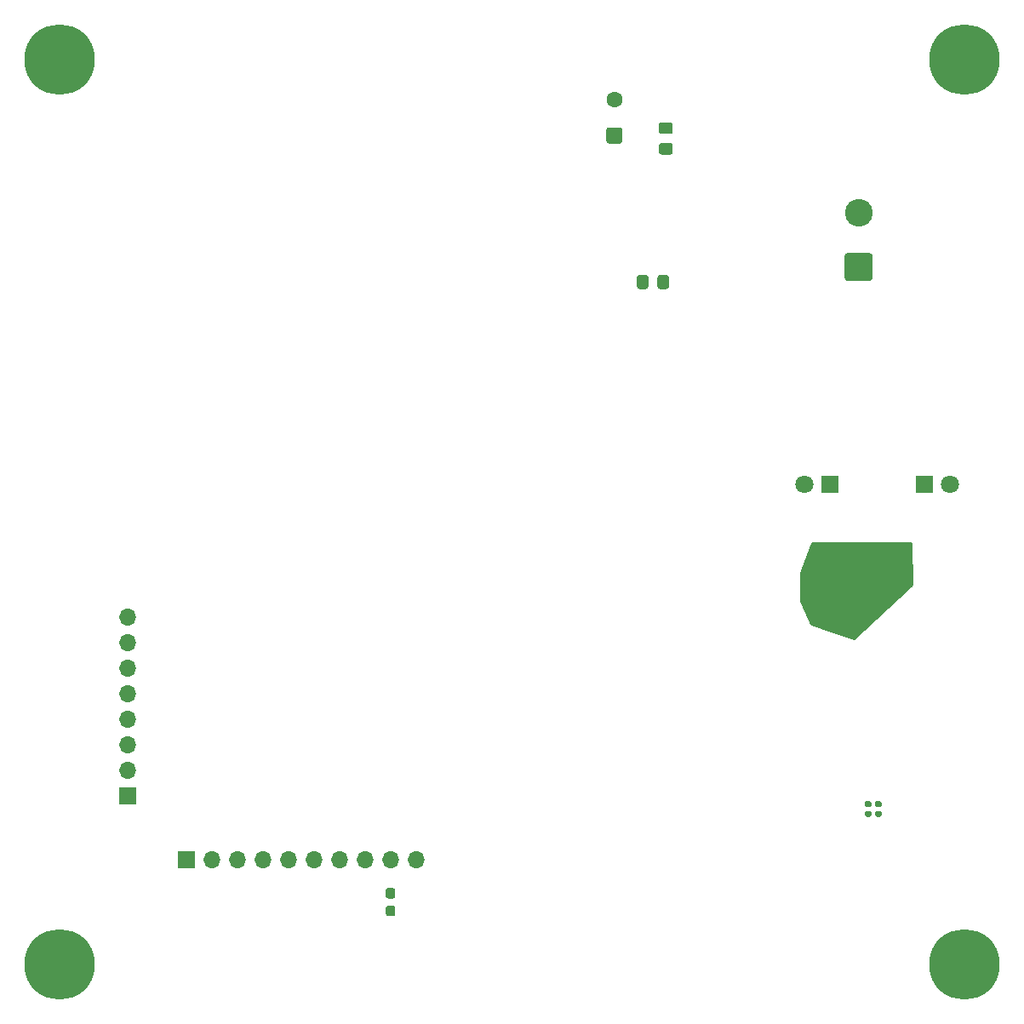
<source format=gbr>
G04 #@! TF.GenerationSoftware,KiCad,Pcbnew,5.1.6-c6e7f7d~87~ubuntu20.04.1*
G04 #@! TF.CreationDate,2021-01-07T23:37:28+02:00*
G04 #@! TF.ProjectId,LED_test_V1.3,4c45445f-7465-4737-945f-56312e332e6b,rev?*
G04 #@! TF.SameCoordinates,Original*
G04 #@! TF.FileFunction,Soldermask,Bot*
G04 #@! TF.FilePolarity,Negative*
%FSLAX46Y46*%
G04 Gerber Fmt 4.6, Leading zero omitted, Abs format (unit mm)*
G04 Created by KiCad (PCBNEW 5.1.6-c6e7f7d~87~ubuntu20.04.1) date 2021-01-07 23:37:28*
%MOMM*%
%LPD*%
G01*
G04 APERTURE LIST*
%ADD10C,2.750000*%
%ADD11C,1.800000*%
%ADD12R,1.800000X1.800000*%
%ADD13O,1.700000X1.700000*%
%ADD14R,1.700000X1.700000*%
%ADD15C,7.000000*%
%ADD16C,1.600000*%
%ADD17C,0.254000*%
G04 APERTURE END LIST*
D10*
X184475000Y-70225000D03*
G36*
G01*
X185600001Y-77000000D02*
X183349999Y-77000000D01*
G75*
G02*
X183100000Y-76750001I0J249999D01*
G01*
X183100000Y-74499999D01*
G75*
G02*
X183349999Y-74250000I249999J0D01*
G01*
X185600001Y-74250000D01*
G75*
G02*
X185850000Y-74499999I0J-249999D01*
G01*
X185850000Y-76750001D01*
G75*
G02*
X185600001Y-77000000I-249999J0D01*
G01*
G37*
D11*
X179070000Y-97282000D03*
D12*
X181610000Y-97282000D03*
G36*
G01*
X186608500Y-129350000D02*
X186263500Y-129350000D01*
G75*
G02*
X186116000Y-129202500I0J147500D01*
G01*
X186116000Y-128907500D01*
G75*
G02*
X186263500Y-128760000I147500J0D01*
G01*
X186608500Y-128760000D01*
G75*
G02*
X186756000Y-128907500I0J-147500D01*
G01*
X186756000Y-129202500D01*
G75*
G02*
X186608500Y-129350000I-147500J0D01*
G01*
G37*
G36*
G01*
X186608500Y-130320000D02*
X186263500Y-130320000D01*
G75*
G02*
X186116000Y-130172500I0J147500D01*
G01*
X186116000Y-129877500D01*
G75*
G02*
X186263500Y-129730000I147500J0D01*
G01*
X186608500Y-129730000D01*
G75*
G02*
X186756000Y-129877500I0J-147500D01*
G01*
X186756000Y-130172500D01*
G75*
G02*
X186608500Y-130320000I-147500J0D01*
G01*
G37*
G36*
G01*
X185592500Y-129350000D02*
X185247500Y-129350000D01*
G75*
G02*
X185100000Y-129202500I0J147500D01*
G01*
X185100000Y-128907500D01*
G75*
G02*
X185247500Y-128760000I147500J0D01*
G01*
X185592500Y-128760000D01*
G75*
G02*
X185740000Y-128907500I0J-147500D01*
G01*
X185740000Y-129202500D01*
G75*
G02*
X185592500Y-129350000I-147500J0D01*
G01*
G37*
G36*
G01*
X185592500Y-130320000D02*
X185247500Y-130320000D01*
G75*
G02*
X185100000Y-130172500I0J147500D01*
G01*
X185100000Y-129877500D01*
G75*
G02*
X185247500Y-129730000I147500J0D01*
G01*
X185592500Y-129730000D01*
G75*
G02*
X185740000Y-129877500I0J-147500D01*
G01*
X185740000Y-130172500D01*
G75*
G02*
X185592500Y-130320000I-147500J0D01*
G01*
G37*
D13*
X140462000Y-134620000D03*
X137922000Y-134620000D03*
X135382000Y-134620000D03*
X132842000Y-134620000D03*
X130302000Y-134620000D03*
X127762000Y-134620000D03*
X125222000Y-134620000D03*
X122682000Y-134620000D03*
X120142000Y-134620000D03*
D14*
X117602000Y-134620000D03*
D13*
X111760000Y-110490000D03*
X111760000Y-113030000D03*
X111760000Y-115570000D03*
X111760000Y-118110000D03*
X111760000Y-120650000D03*
X111760000Y-123190000D03*
X111760000Y-125730000D03*
D14*
X111760000Y-128270000D03*
G36*
G01*
X164475000Y-77575001D02*
X164475000Y-76674999D01*
G75*
G02*
X164724999Y-76425000I249999J0D01*
G01*
X165375001Y-76425000D01*
G75*
G02*
X165625000Y-76674999I0J-249999D01*
G01*
X165625000Y-77575001D01*
G75*
G02*
X165375001Y-77825000I-249999J0D01*
G01*
X164724999Y-77825000D01*
G75*
G02*
X164475000Y-77575001I0J249999D01*
G01*
G37*
G36*
G01*
X162425000Y-77575001D02*
X162425000Y-76674999D01*
G75*
G02*
X162674999Y-76425000I249999J0D01*
G01*
X163325001Y-76425000D01*
G75*
G02*
X163575000Y-76674999I0J-249999D01*
G01*
X163575000Y-77575001D01*
G75*
G02*
X163325001Y-77825000I-249999J0D01*
G01*
X162674999Y-77825000D01*
G75*
G02*
X162425000Y-77575001I0J249999D01*
G01*
G37*
G36*
G01*
X164849999Y-63300000D02*
X165750001Y-63300000D01*
G75*
G02*
X166000000Y-63549999I0J-249999D01*
G01*
X166000000Y-64200001D01*
G75*
G02*
X165750001Y-64450000I-249999J0D01*
G01*
X164849999Y-64450000D01*
G75*
G02*
X164600000Y-64200001I0J249999D01*
G01*
X164600000Y-63549999D01*
G75*
G02*
X164849999Y-63300000I249999J0D01*
G01*
G37*
G36*
G01*
X164849999Y-61250000D02*
X165750001Y-61250000D01*
G75*
G02*
X166000000Y-61499999I0J-249999D01*
G01*
X166000000Y-62150001D01*
G75*
G02*
X165750001Y-62400000I-249999J0D01*
G01*
X164849999Y-62400000D01*
G75*
G02*
X164600000Y-62150001I0J249999D01*
G01*
X164600000Y-61499999D01*
G75*
G02*
X164849999Y-61250000I249999J0D01*
G01*
G37*
D12*
X191008000Y-97282000D03*
D11*
X193548000Y-97282000D03*
D15*
X105000000Y-145000000D03*
X105000000Y-55000000D03*
X195000000Y-55000000D03*
X195000000Y-145000000D03*
G36*
G01*
X160725000Y-63350000D02*
X159625000Y-63350000D01*
G75*
G02*
X159375000Y-63100000I0J250000D01*
G01*
X159375000Y-62000000D01*
G75*
G02*
X159625000Y-61750000I250000J0D01*
G01*
X160725000Y-61750000D01*
G75*
G02*
X160975000Y-62000000I0J-250000D01*
G01*
X160975000Y-63100000D01*
G75*
G02*
X160725000Y-63350000I-250000J0D01*
G01*
G37*
D16*
X160175000Y-58950000D03*
G36*
G01*
X137684500Y-137397000D02*
X138159500Y-137397000D01*
G75*
G02*
X138397000Y-137634500I0J-237500D01*
G01*
X138397000Y-138209500D01*
G75*
G02*
X138159500Y-138447000I-237500J0D01*
G01*
X137684500Y-138447000D01*
G75*
G02*
X137447000Y-138209500I0J237500D01*
G01*
X137447000Y-137634500D01*
G75*
G02*
X137684500Y-137397000I237500J0D01*
G01*
G37*
G36*
G01*
X137684500Y-139147000D02*
X138159500Y-139147000D01*
G75*
G02*
X138397000Y-139384500I0J-237500D01*
G01*
X138397000Y-139959500D01*
G75*
G02*
X138159500Y-140197000I-237500J0D01*
G01*
X137684500Y-140197000D01*
G75*
G02*
X137447000Y-139959500I0J237500D01*
G01*
X137447000Y-139384500D01*
G75*
G02*
X137684500Y-139147000I237500J0D01*
G01*
G37*
D17*
G36*
X189722367Y-107245660D02*
G01*
X184018911Y-112604942D01*
X179792798Y-111147661D01*
X178727496Y-108823365D01*
X178776604Y-106073300D01*
X179839364Y-103126557D01*
X189674458Y-103077626D01*
X189722367Y-107245660D01*
G37*
X189722367Y-107245660D02*
X184018911Y-112604942D01*
X179792798Y-111147661D01*
X178727496Y-108823365D01*
X178776604Y-106073300D01*
X179839364Y-103126557D01*
X189674458Y-103077626D01*
X189722367Y-107245660D01*
M02*

</source>
